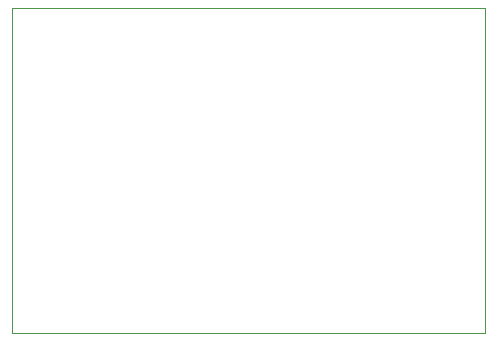
<source format=gko>
G04*
G04 #@! TF.GenerationSoftware,Altium Limited,Altium Designer,20.2.5 (213)*
G04*
G04 Layer_Color=16711935*
%FSLAX25Y25*%
%MOIN*%
G70*
G04*
G04 #@! TF.SameCoordinates,D13279C3-A8A1-413E-BFD4-EE2126F61682*
G04*
G04*
G04 #@! TF.FilePolarity,Positive*
G04*
G01*
G75*
%ADD31C,0.00394*%
D31*
X334646Y246063D02*
Y354331D01*
Y246063D02*
X492126D01*
Y354331D01*
X334646D02*
X492126D01*
M02*

</source>
